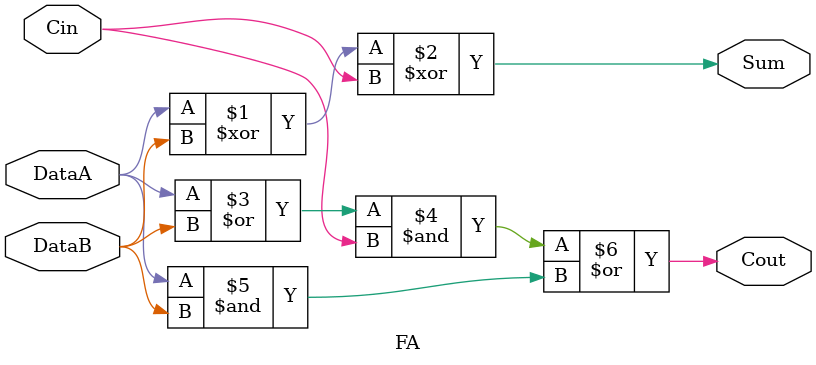
<source format=v>
`timescale 1ns/1ns

module FA( DataA, DataB, Cin, Sum, Cout );
// 為了實現ALU的加減法
	input DataA, DataB, Cin;

	output Sum, Cout;
    
	assign Sum = DataA ^ DataB ^ Cin;
	assign Cout = ( ( DataA | DataB ) & Cin ) | ( DataA & DataB );

endmodule
</source>
